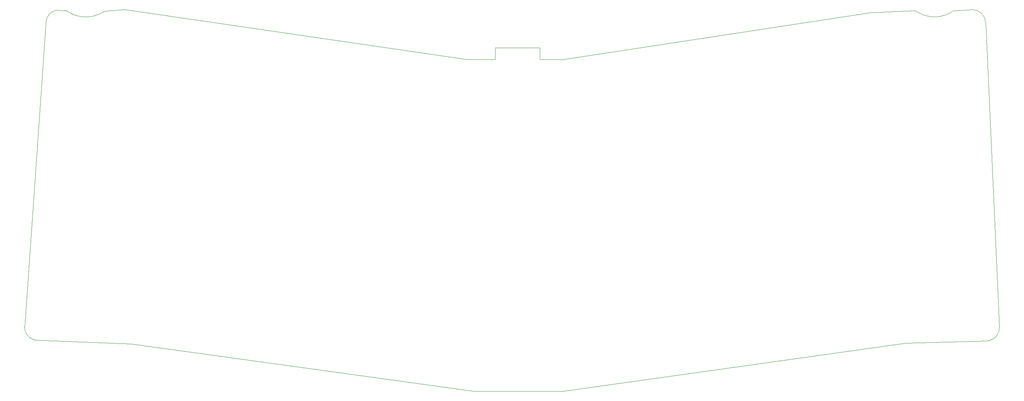
<source format=gbr>
%TF.GenerationSoftware,KiCad,Pcbnew,(5.1.6-0-10_14)*%
%TF.CreationDate,2021-08-16T20:21:43-05:00*%
%TF.ProjectId,Adalyn,4164616c-796e-42e6-9b69-6361645f7063,rev?*%
%TF.SameCoordinates,Original*%
%TF.FileFunction,Profile,NP*%
%FSLAX46Y46*%
G04 Gerber Fmt 4.6, Leading zero omitted, Abs format (unit mm)*
G04 Created by KiCad (PCBNEW (5.1.6-0-10_14)) date 2021-08-16 20:21:43*
%MOMM*%
%LPD*%
G01*
G04 APERTURE LIST*
%TA.AperFunction,Profile*%
%ADD10C,0.050000*%
%TD*%
G04 APERTURE END LIST*
D10*
X232164099Y-118455796D02*
X155655490Y-129274663D01*
X250651491Y-117971664D02*
X232164099Y-118455796D01*
X59194099Y-118665796D02*
X135716491Y-129274664D01*
X37660138Y-117772026D02*
X59194099Y-118665796D01*
X44454412Y-44122352D02*
X42849578Y-44017762D01*
X57738491Y-43930664D02*
X53581817Y-44219985D01*
X45155690Y-44429417D02*
G75*
G03*
X44454412Y-44122352I-721277J-692934D01*
G01*
X45155690Y-44429417D02*
G75*
G03*
X52899578Y-44507762I3935554J6248241D01*
G01*
X52899578Y-44507762D02*
G75*
G02*
X53581817Y-44219985I702238J-712223D01*
G01*
X243181645Y-44140154D02*
X247095489Y-43930665D01*
X224362491Y-44565663D02*
X234118032Y-44147888D01*
X242499578Y-44427762D02*
G75*
G02*
X234852961Y-44491777I-3875081J6152229D01*
G01*
X234852962Y-44491777D02*
G75*
G03*
X234118032Y-44147888I-754929J-656110D01*
G01*
X242499578Y-44427762D02*
G75*
G02*
X243181645Y-44140154I702066J-712392D01*
G01*
X140514099Y-55095797D02*
X134319491Y-55106664D01*
X150514099Y-55095797D02*
X155655491Y-55106663D01*
X150514099Y-52455796D02*
X150514099Y-55095797D01*
X140514099Y-52455796D02*
X150514099Y-52455796D01*
X140514099Y-55095797D02*
X140514099Y-52455796D01*
X247095490Y-43930664D02*
G75*
G02*
X250016491Y-46851663I1J-2921000D01*
G01*
X253108337Y-115050663D02*
G75*
G02*
X250651491Y-117971664I-2964846J0D01*
G01*
X37660138Y-117772026D02*
G75*
G02*
X35386492Y-114923664I647354J2848363D01*
G01*
X40168249Y-46851663D02*
G75*
G02*
X42849578Y-44017762I2838242J0D01*
G01*
X135716491Y-129274664D02*
X155655490Y-129274663D01*
X155655491Y-55106663D02*
X224362491Y-44565663D01*
X40168249Y-46851663D02*
X35386492Y-114923664D01*
X134319491Y-55106664D02*
X57738491Y-43930664D01*
X253108336Y-115050664D02*
X250016491Y-46851663D01*
M02*

</source>
